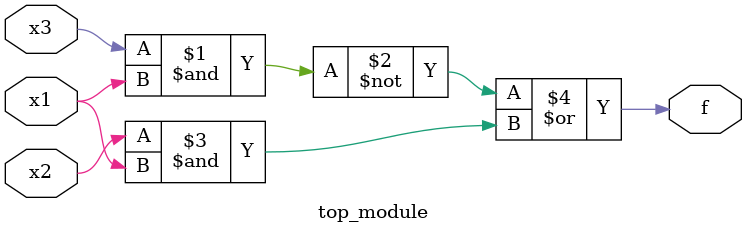
<source format=sv>
module top_module (
	input x3,
	input x2,
	input x1,
	output f
);

	assign f = ~(x3 & x1) | (x2 & x1);

endmodule

</source>
